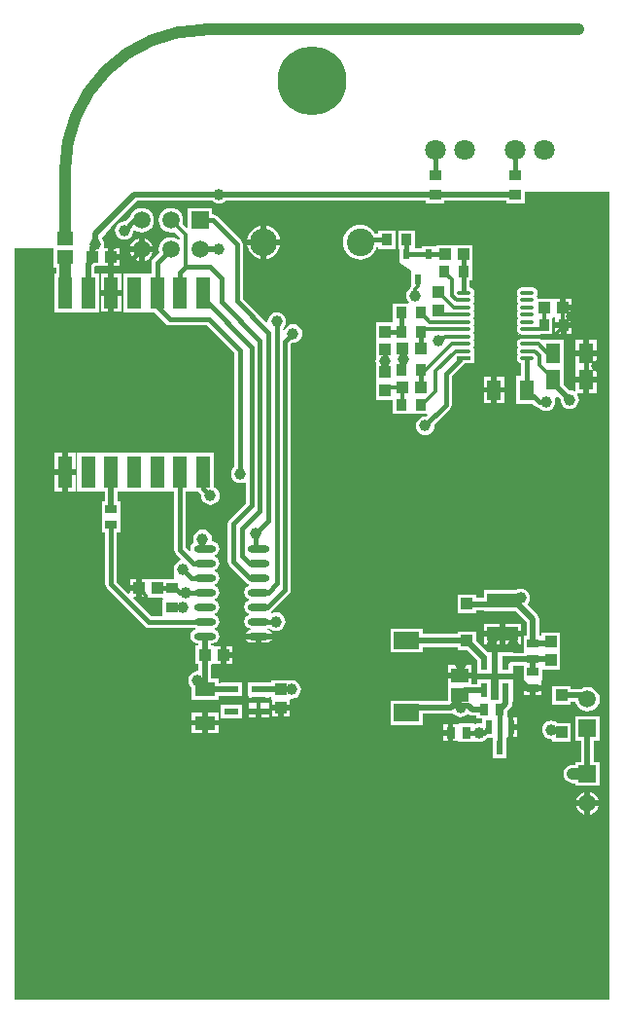
<source format=gbl>
G04 Layer_Physical_Order=2*
G04 Layer_Color=16711680*
%FSLAX43Y43*%
%MOMM*%
G71*
G01*
G75*
%ADD12C,0.500*%
%ADD13C,0.400*%
%ADD14C,1.000*%
%ADD19C,1.500*%
%ADD20R,1.500X1.500*%
%ADD21R,1.500X1.500*%
%ADD22C,2.400*%
%ADD23C,1.800*%
%ADD24C,1.000*%
%ADD25C,6.000*%
%ADD26R,1.000X0.900*%
%ADD27R,1.000X1.000*%
%ADD28R,0.900X1.000*%
%ADD29R,0.600X0.850*%
%ADD30R,1.000X1.000*%
%ADD31R,1.300X1.800*%
%ADD32R,1.800X1.300*%
%ADD33R,1.400X1.200*%
%ADD34R,0.990X0.720*%
%ADD35R,2.700X1.300*%
%ADD36O,1.900X0.600*%
%ADD37R,1.300X0.600*%
%ADD38R,2.200X1.500*%
%ADD39R,0.600X1.300*%
%ADD40R,0.720X0.990*%
%ADD41R,1.500X1.300*%
%ADD42R,0.600X1.200*%
%ADD43R,1.300X2.800*%
%ADD44O,1.200X0.300*%
%ADD45R,1.200X0.300*%
%ADD46C,0.350*%
%ADD47C,0.300*%
G36*
X51881Y119D02*
X119D01*
Y65483D01*
X3500Y65483D01*
Y63819D01*
X3693D01*
Y63300D01*
X3550D01*
Y59900D01*
X5450D01*
Y59900D01*
X5550D01*
Y59900D01*
X7450D01*
Y63300D01*
X7061D01*
Y63868D01*
X7112Y63919D01*
X7700D01*
Y63919D01*
X7746Y63965D01*
X8250D01*
Y64719D01*
Y65473D01*
X7945D01*
X7884Y65564D01*
X7881Y65600D01*
X7907Y65800D01*
X7879Y66009D01*
X7799Y66203D01*
X7718Y66309D01*
X8798Y67655D01*
X10741Y69598D01*
X17322D01*
X17329Y69588D01*
X17497Y69460D01*
X17691Y69379D01*
X17900Y69352D01*
X18109Y69379D01*
X18303Y69460D01*
X18471Y69588D01*
X18478Y69598D01*
X35930D01*
Y69400D01*
X37530D01*
Y69589D01*
X42930D01*
Y69400D01*
X44530D01*
Y70400D01*
X51881D01*
Y119D01*
D02*
G37*
%LPC*%
G36*
X38650Y29204D02*
X37896D01*
Y28550D01*
X38650D01*
Y29204D01*
D02*
G37*
G36*
X35650Y32400D02*
X32850D01*
Y30300D01*
X35650D01*
Y30789D01*
X38700D01*
Y30550D01*
X39507D01*
X40390Y29667D01*
Y28450D01*
X41590D01*
Y28496D01*
X41690D01*
Y29400D01*
Y30304D01*
X41590D01*
Y30350D01*
X41293D01*
X40300Y31343D01*
Y32150D01*
X38700D01*
Y31911D01*
X35650D01*
Y32400D01*
D02*
G37*
G36*
X19020Y29850D02*
X18516D01*
Y29346D01*
X19020D01*
Y29850D01*
D02*
G37*
G36*
X39904Y29204D02*
X39150D01*
Y28550D01*
X39904D01*
Y29204D01*
D02*
G37*
G36*
X24227Y27907D02*
X24079Y27887D01*
X24064Y27900D01*
Y27900D01*
X22464D01*
Y27661D01*
X22327D01*
Y27700D01*
X20427D01*
Y26500D01*
X20473D01*
Y26400D01*
X21377D01*
X22281D01*
Y26458D01*
X22362Y26491D01*
X22442Y26471D01*
X22464Y26449D01*
X22464Y26300D01*
X22510Y26192D01*
Y25750D01*
X24018D01*
Y26192D01*
X24028Y26215D01*
X24123Y26307D01*
X24227Y26293D01*
X24436Y26321D01*
X24631Y26401D01*
X24798Y26529D01*
X24926Y26697D01*
X25007Y26891D01*
X25034Y27100D01*
X25007Y27309D01*
X24926Y27503D01*
X24798Y27671D01*
X24631Y27799D01*
X24436Y27879D01*
X24227Y27907D01*
D02*
G37*
G36*
X22281Y25900D02*
X21377D01*
X20473D01*
Y25596D01*
Y25450D01*
X21377D01*
X22281D01*
Y25596D01*
Y25900D01*
D02*
G37*
G36*
X48550Y27390D02*
X46950D01*
Y25790D01*
X48550D01*
Y26029D01*
X48969D01*
X48977Y25966D01*
X49083Y25710D01*
X49251Y25491D01*
X49470Y25323D01*
X49726Y25217D01*
X50000Y25181D01*
X50274Y25217D01*
X50530Y25323D01*
X50749Y25491D01*
X50917Y25710D01*
X51023Y25966D01*
X51059Y26240D01*
X51023Y26514D01*
X50917Y26770D01*
X50749Y26989D01*
X50530Y27157D01*
X50274Y27263D01*
X50000Y27299D01*
X49726Y27263D01*
X49470Y27157D01*
X49462Y27151D01*
X48550D01*
Y27390D01*
D02*
G37*
G36*
X45999Y26980D02*
X45500D01*
Y26616D01*
X45999D01*
Y26980D01*
D02*
G37*
G36*
X45000D02*
X44501D01*
Y26616D01*
X45000D01*
Y26980D01*
D02*
G37*
G36*
X44204Y32814D02*
X42850D01*
Y32160D01*
X44204D01*
Y32814D01*
D02*
G37*
G36*
X42350D02*
X40996D01*
Y32160D01*
X42350D01*
Y32814D01*
D02*
G37*
G36*
X49750Y16960D02*
X49020D01*
X49022Y16948D01*
X49123Y16704D01*
X49284Y16494D01*
X49494Y16333D01*
X49738Y16232D01*
X49750Y16230D01*
Y16960D01*
D02*
G37*
G36*
X44200Y35857D02*
X43991Y35829D01*
X43824Y35760D01*
X40950D01*
Y35071D01*
X40300D01*
Y35350D01*
X38700D01*
Y33750D01*
X40300D01*
Y33949D01*
X40950D01*
Y33860D01*
X43807D01*
X44689Y32978D01*
Y31800D01*
X44455D01*
Y30547D01*
X44455Y30480D01*
X44455Y30361D01*
X44365Y30271D01*
X43490D01*
Y30350D01*
X42290D01*
Y30304D01*
X42190D01*
Y29400D01*
Y28496D01*
X42290D01*
Y28450D01*
X43490D01*
Y29149D01*
X44455D01*
Y27952D01*
X44455Y27950D01*
X44501Y27842D01*
X44501Y27823D01*
Y27480D01*
X45999D01*
Y27823D01*
X45999Y27842D01*
X46045Y27950D01*
X46045Y27952D01*
Y28850D01*
X47600D01*
Y30323D01*
X47600Y30429D01*
X47600Y30577D01*
Y32050D01*
X46000D01*
Y31800D01*
X45811D01*
Y33210D01*
X45768Y33425D01*
X45647Y33607D01*
X44772Y34481D01*
X44899Y34647D01*
X44979Y34841D01*
X45007Y35050D01*
X44979Y35259D01*
X44899Y35453D01*
X44771Y35621D01*
X44603Y35749D01*
X44409Y35829D01*
X44200Y35857D01*
D02*
G37*
G36*
X22516Y31480D02*
X21616D01*
Y31165D01*
X22016D01*
X22232Y31208D01*
X22416Y31331D01*
X22516Y31480D01*
D02*
G37*
G36*
X42350Y31660D02*
X40996D01*
Y31006D01*
X42350D01*
Y31660D01*
D02*
G37*
G36*
X18516Y30854D02*
Y30350D01*
X19020D01*
Y30854D01*
X18516D01*
D02*
G37*
G36*
X21116Y31480D02*
X20217D01*
X20317Y31331D01*
X20500Y31208D01*
X20716Y31165D01*
X21116D01*
Y31480D01*
D02*
G37*
G36*
X44204Y31660D02*
X42850D01*
Y31006D01*
X44204D01*
Y31660D01*
D02*
G37*
G36*
X16433Y23950D02*
X15529D01*
Y23296D01*
X16433D01*
Y23950D01*
D02*
G37*
G36*
X43874Y23560D02*
X43570D01*
Y22956D01*
X43874D01*
Y23560D01*
D02*
G37*
G36*
X37820Y24099D02*
X37456D01*
Y23600D01*
X37820D01*
Y24099D01*
D02*
G37*
G36*
X17837Y23950D02*
X16933D01*
Y23296D01*
X17837D01*
Y23950D01*
D02*
G37*
G36*
X37820Y23100D02*
X37456D01*
Y22601D01*
X37820D01*
Y23100D01*
D02*
G37*
G36*
X50250Y18190D02*
Y17460D01*
X50980D01*
X50978Y17472D01*
X50877Y17716D01*
X50716Y17926D01*
X50506Y18087D01*
X50262Y18188D01*
X50250Y18190D01*
D02*
G37*
G36*
X49750D02*
X49738Y18188D01*
X49494Y18087D01*
X49284Y17926D01*
X49123Y17716D01*
X49022Y17472D01*
X49020Y17460D01*
X49750D01*
Y18190D01*
D02*
G37*
G36*
X46850Y24397D02*
X46641Y24369D01*
X46447Y24289D01*
X46279Y24161D01*
X46151Y23993D01*
X46071Y23799D01*
X46043Y23590D01*
X46071Y23381D01*
X46151Y23187D01*
X46279Y23019D01*
X46447Y22891D01*
X46641Y22811D01*
X46850Y22783D01*
X46855Y22784D01*
X46950Y22700D01*
Y22590D01*
X48550D01*
Y24190D01*
X47382D01*
X47253Y24289D01*
X47059Y24369D01*
X46850Y24397D01*
D02*
G37*
G36*
X51050Y24750D02*
X48950D01*
Y22650D01*
X49439D01*
Y20800D01*
X48950D01*
Y20557D01*
X48730D01*
X48521Y20529D01*
X48327Y20449D01*
X48159Y20321D01*
X48031Y20153D01*
X47951Y19959D01*
X47923Y19750D01*
X47951Y19541D01*
X48031Y19347D01*
X48159Y19179D01*
X48327Y19051D01*
X48521Y18971D01*
X48730Y18943D01*
X48950D01*
Y18700D01*
X51050D01*
Y20800D01*
X50561D01*
Y22650D01*
X51050D01*
Y24750D01*
D02*
G37*
G36*
X22281Y24950D02*
X21627D01*
Y24646D01*
X22281D01*
Y24950D01*
D02*
G37*
G36*
X21127D02*
X20473D01*
Y24646D01*
X21127D01*
Y24950D01*
D02*
G37*
G36*
X24018Y25250D02*
X23514D01*
Y24746D01*
X24018D01*
Y25250D01*
D02*
G37*
G36*
X23014D02*
X22510D01*
Y24746D01*
X23014D01*
Y25250D01*
D02*
G37*
G36*
X19927Y25800D02*
X18027D01*
Y24600D01*
X19927D01*
Y25800D01*
D02*
G37*
G36*
X39904Y28050D02*
X38900D01*
X37896D01*
Y27550D01*
X37850D01*
Y26111D01*
X34750D01*
X34696Y26100D01*
X32850D01*
Y24000D01*
X35650D01*
Y24989D01*
X38100D01*
X38303Y25030D01*
X38379Y24929D01*
X38547Y24801D01*
X38741Y24721D01*
X38950Y24693D01*
X39159Y24721D01*
X39353Y24801D01*
X39521Y24929D01*
X39544Y24960D01*
X39593Y24963D01*
X39775Y24842D01*
X39990Y24799D01*
X40330D01*
Y24565D01*
X40820D01*
Y24230D01*
X40693Y24138D01*
X40550Y24157D01*
X40341Y24129D01*
X40237Y24086D01*
X40110Y24145D01*
Y24145D01*
X38792D01*
X38790Y24145D01*
X38682Y24099D01*
X38663Y24099D01*
X38320D01*
Y23350D01*
Y22601D01*
X38663D01*
X38682Y22601D01*
X38790Y22555D01*
X38792Y22555D01*
X40110D01*
Y22555D01*
X40237Y22614D01*
X40341Y22571D01*
X40550Y22543D01*
X40759Y22571D01*
X40953Y22651D01*
X41121Y22779D01*
X41221Y22910D01*
X41643D01*
X41770Y22910D01*
Y21110D01*
X42970D01*
Y22910D01*
X43070Y22953D01*
Y23810D01*
Y24664D01*
X43030D01*
Y25227D01*
X43287Y25483D01*
X43408Y25665D01*
X43451Y25880D01*
Y26050D01*
X43490D01*
Y27950D01*
X42290D01*
Y26155D01*
X41710D01*
X41710Y26155D01*
X41590Y26172D01*
Y27950D01*
X40390D01*
Y27561D01*
X39904D01*
Y28050D01*
D02*
G37*
G36*
X43874Y24664D02*
X43570D01*
Y24060D01*
X43874D01*
Y24664D01*
D02*
G37*
G36*
X17837Y25104D02*
X16933D01*
Y24450D01*
X17837D01*
Y25104D01*
D02*
G37*
G36*
X16433D02*
X15529D01*
Y24450D01*
X16433D01*
Y25104D01*
D02*
G37*
G36*
X10910Y65119D02*
X10180D01*
X10182Y65107D01*
X10283Y64863D01*
X10444Y64653D01*
X10654Y64492D01*
X10898Y64391D01*
X10910Y64389D01*
Y65119D01*
D02*
G37*
G36*
X9254Y64469D02*
X8750D01*
Y63965D01*
X9254D01*
Y64469D01*
D02*
G37*
G36*
X21550Y65750D02*
X20366D01*
X20383Y65620D01*
X20530Y65267D01*
X20763Y64963D01*
X21067Y64730D01*
X21420Y64583D01*
X21550Y64566D01*
Y65750D01*
D02*
G37*
G36*
X12140Y65119D02*
X11410D01*
Y64389D01*
X11422Y64391D01*
X11666Y64492D01*
X11876Y64653D01*
X12037Y64863D01*
X12138Y65107D01*
X12140Y65119D01*
D02*
G37*
G36*
X9404Y63254D02*
X8750D01*
Y61850D01*
X9404D01*
Y63254D01*
D02*
G37*
G36*
Y61350D02*
X8750D01*
Y59946D01*
X9404D01*
Y61350D01*
D02*
G37*
G36*
X8250D02*
X7596D01*
Y59946D01*
X8250D01*
Y61350D01*
D02*
G37*
G36*
Y63254D02*
X7596D01*
Y61850D01*
X8250D01*
Y63254D01*
D02*
G37*
G36*
X48100Y61058D02*
Y60554D01*
X48604D01*
Y61058D01*
X48100D01*
D02*
G37*
G36*
X21550Y67434D02*
X21420Y67417D01*
X21067Y67270D01*
X20763Y67037D01*
X20530Y66733D01*
X20383Y66380D01*
X20366Y66250D01*
X21550D01*
Y67434D01*
D02*
G37*
G36*
X13700Y68968D02*
X13426Y68932D01*
X13170Y68826D01*
X12951Y68658D01*
X12783Y68438D01*
X12677Y68183D01*
X12641Y67909D01*
X12677Y67635D01*
X12783Y67379D01*
X12951Y67160D01*
X13170Y66992D01*
X13426Y66886D01*
X13700Y66850D01*
X13974Y66886D01*
X14019Y66905D01*
X14486Y66438D01*
Y66250D01*
X14359Y66187D01*
X14230Y66286D01*
X13974Y66392D01*
X13700Y66428D01*
X13426Y66392D01*
X13170Y66286D01*
X12951Y66118D01*
X12783Y65898D01*
X12677Y65643D01*
X12641Y65369D01*
X12677Y65095D01*
X12685Y65075D01*
X12140Y64529D01*
X12029Y64364D01*
X11990Y64169D01*
Y63300D01*
X11577D01*
X11550Y63300D01*
X11450D01*
X11423Y63300D01*
X9550D01*
Y59900D01*
X11423D01*
X11450Y59900D01*
X11550D01*
X11577Y59900D01*
X12279D01*
X13240Y58940D01*
X13405Y58829D01*
X13600Y58790D01*
X16849D01*
X19240Y56399D01*
Y46467D01*
X19179Y46421D01*
X19051Y46253D01*
X18971Y46059D01*
X18943Y45850D01*
X18971Y45641D01*
X19051Y45447D01*
X19179Y45279D01*
X19347Y45151D01*
X19541Y45071D01*
X19750Y45043D01*
X19959Y45071D01*
X20113Y45135D01*
X20240Y45072D01*
Y43314D01*
X18790Y41863D01*
X18679Y41698D01*
X18640Y41503D01*
Y38227D01*
X18679Y38032D01*
X18790Y37867D01*
X20207Y36450D01*
X20259Y36415D01*
X20284Y36377D01*
X20482Y36245D01*
X20508Y36240D01*
Y36110D01*
X20482Y36105D01*
X20284Y35973D01*
X20151Y35774D01*
X20105Y35540D01*
X20151Y35306D01*
X20284Y35107D01*
X20482Y34975D01*
X20508Y34970D01*
Y34840D01*
X20482Y34835D01*
X20284Y34703D01*
X20151Y34504D01*
X20105Y34270D01*
X20151Y34036D01*
X20284Y33837D01*
X20482Y33705D01*
X20508Y33700D01*
Y33570D01*
X20482Y33565D01*
X20284Y33433D01*
X20151Y33234D01*
X20105Y33000D01*
X20151Y32766D01*
X20284Y32567D01*
X20482Y32435D01*
X20626Y32406D01*
Y32277D01*
X20500Y32252D01*
X20317Y32129D01*
X20217Y31980D01*
X21366D01*
X22516D01*
X22416Y32129D01*
X22232Y32252D01*
X22107Y32277D01*
Y32406D01*
X22250Y32435D01*
X22285Y32458D01*
X22307Y32429D01*
X22474Y32301D01*
X22668Y32221D01*
X22877Y32193D01*
X23086Y32221D01*
X23281Y32301D01*
X23448Y32429D01*
X23576Y32597D01*
X23657Y32791D01*
X23684Y33000D01*
X23657Y33209D01*
X23576Y33403D01*
X23448Y33571D01*
X23281Y33699D01*
X23086Y33779D01*
X22877Y33807D01*
X22668Y33779D01*
X22474Y33699D01*
X22352Y33605D01*
X22339Y33611D01*
X22328Y33756D01*
X22449Y33837D01*
X22488Y33897D01*
X22508Y33910D01*
X24010Y35412D01*
X24121Y35578D01*
X24160Y35773D01*
Y57143D01*
X24274Y57257D01*
X24350Y57247D01*
X24559Y57275D01*
X24753Y57355D01*
X24921Y57483D01*
X25049Y57651D01*
X25129Y57845D01*
X25157Y58054D01*
X25129Y58263D01*
X25049Y58457D01*
X24921Y58625D01*
X24753Y58753D01*
X24559Y58833D01*
X24350Y58861D01*
X24141Y58833D01*
X23947Y58753D01*
X23779Y58625D01*
X23651Y58457D01*
X23587Y58302D01*
X23460Y58327D01*
Y58483D01*
X23521Y58529D01*
X23649Y58697D01*
X23729Y58891D01*
X23757Y59100D01*
X23729Y59309D01*
X23649Y59503D01*
X23521Y59671D01*
X23353Y59799D01*
X23159Y59879D01*
X22950Y59907D01*
X22741Y59879D01*
X22547Y59799D01*
X22379Y59671D01*
X22251Y59503D01*
X22171Y59309D01*
X22143Y59100D01*
X22144Y59092D01*
X22024Y59033D01*
X19960Y61097D01*
Y65833D01*
X19921Y66028D01*
X19810Y66193D01*
X19103Y66900D01*
X17734Y68269D01*
X17569Y68380D01*
X17374Y68419D01*
X17290D01*
Y68959D01*
X15190D01*
Y67270D01*
X15073Y67221D01*
X14704Y67590D01*
X14723Y67635D01*
X14759Y67909D01*
X14723Y68183D01*
X14617Y68438D01*
X14449Y68658D01*
X14230Y68826D01*
X13974Y68932D01*
X13700Y68968D01*
D02*
G37*
G36*
X11160D02*
X10886Y68932D01*
X10630Y68826D01*
X10411Y68658D01*
X10243Y68438D01*
X10172Y68268D01*
X9720Y67816D01*
X9644Y67826D01*
X9435Y67798D01*
X9241Y67718D01*
X9073Y67589D01*
X8945Y67422D01*
X8865Y67228D01*
X8837Y67019D01*
X8865Y66810D01*
X8945Y66615D01*
X9073Y66448D01*
X9241Y66320D01*
X9435Y66239D01*
X9644Y66212D01*
X9853Y66239D01*
X10047Y66320D01*
X10215Y66448D01*
X10343Y66615D01*
X10423Y66810D01*
X10445Y66974D01*
X10547Y67030D01*
X10576Y67033D01*
X10630Y66992D01*
X10886Y66886D01*
X11160Y66850D01*
X11434Y66886D01*
X11690Y66992D01*
X11909Y67160D01*
X12077Y67379D01*
X12183Y67635D01*
X12219Y67909D01*
X12183Y68183D01*
X12077Y68438D01*
X11909Y68658D01*
X11690Y68826D01*
X11434Y68932D01*
X11160Y68968D01*
D02*
G37*
G36*
X22050Y67434D02*
Y66250D01*
X23234D01*
X23217Y66380D01*
X23070Y66733D01*
X22837Y67037D01*
X22533Y67270D01*
X22180Y67417D01*
X22050Y67434D01*
D02*
G37*
G36*
X11410Y66349D02*
Y65619D01*
X12140D01*
X12138Y65631D01*
X12037Y65875D01*
X11876Y66085D01*
X11666Y66246D01*
X11422Y66347D01*
X11410Y66349D01*
D02*
G37*
G36*
X9254Y65473D02*
X8750D01*
Y64969D01*
X9254D01*
Y65473D01*
D02*
G37*
G36*
X23234Y65750D02*
X22050D01*
Y64566D01*
X22180Y64583D01*
X22533Y64730D01*
X22837Y64963D01*
X23070Y65267D01*
X23217Y65620D01*
X23234Y65750D01*
D02*
G37*
G36*
X10910Y66349D02*
X10898Y66347D01*
X10654Y66246D01*
X10444Y66085D01*
X10283Y65875D01*
X10182Y65631D01*
X10180Y65619D01*
X10910D01*
Y66349D01*
D02*
G37*
G36*
X30200Y67507D02*
X29906Y67478D01*
X29623Y67393D01*
X29363Y67253D01*
X29134Y67066D01*
X28947Y66837D01*
X28807Y66577D01*
X28722Y66294D01*
X28693Y66000D01*
X28722Y65706D01*
X28807Y65423D01*
X28947Y65163D01*
X29134Y64934D01*
X29363Y64747D01*
X29623Y64607D01*
X29906Y64522D01*
X30200Y64493D01*
X30494Y64522D01*
X30777Y64607D01*
X31037Y64747D01*
X31266Y64934D01*
X31453Y65163D01*
X31593Y65423D01*
X31674Y65690D01*
X31800D01*
Y65400D01*
X33300D01*
Y67000D01*
X31800D01*
Y66710D01*
X31521D01*
X31453Y66837D01*
X31266Y67066D01*
X31037Y67253D01*
X30777Y67393D01*
X30494Y67478D01*
X30200Y67507D01*
D02*
G37*
G36*
X35000Y67000D02*
X33500D01*
Y65400D01*
X33650D01*
Y64229D01*
X34600Y63529D01*
Y62161D01*
X34576Y62126D01*
X34557Y62032D01*
X34429Y61933D01*
X34301Y61766D01*
X34221Y61572D01*
X34193Y61363D01*
X34221Y61154D01*
X34301Y60959D01*
X34429Y60792D01*
X34444Y60781D01*
X34401Y60654D01*
X33050D01*
Y59054D01*
X32930Y59036D01*
X31550D01*
Y57563D01*
X31550Y57436D01*
X31550D01*
Y57436D01*
X31550D01*
Y55836D01*
X31550D01*
X31567Y55817D01*
X31543Y55632D01*
X31561Y55494D01*
X31550Y55482D01*
X31550D01*
Y53882D01*
Y52282D01*
X33050D01*
Y51082D01*
X36016D01*
X36065Y50964D01*
X35930Y50829D01*
X35854Y50839D01*
X35645Y50812D01*
X35451Y50731D01*
X35283Y50603D01*
X35155Y50436D01*
X35075Y50241D01*
X35047Y50032D01*
X35075Y49823D01*
X35155Y49629D01*
X35283Y49462D01*
X35451Y49334D01*
X35645Y49253D01*
X35854Y49225D01*
X36063Y49253D01*
X36258Y49334D01*
X36425Y49462D01*
X36553Y49629D01*
X36633Y49823D01*
X36661Y50032D01*
X36651Y50108D01*
X38010Y51468D01*
X38121Y51633D01*
X38160Y51828D01*
Y54330D01*
X39234Y55405D01*
X39262Y55446D01*
X40150D01*
Y56346D01*
X40150Y56346D01*
X40150D01*
X40147Y56473D01*
X40159Y56531D01*
X40124Y56707D01*
X40029Y56849D01*
X40124Y56991D01*
X40159Y57166D01*
X40124Y57342D01*
X40029Y57484D01*
X40124Y57626D01*
X40159Y57801D01*
X40124Y57977D01*
X40029Y58119D01*
X40124Y58261D01*
X40159Y58436D01*
X40124Y58612D01*
X40029Y58754D01*
X40124Y58896D01*
X40159Y59071D01*
X40124Y59247D01*
X40029Y59389D01*
X40124Y59531D01*
X40159Y59706D01*
X40124Y59882D01*
X40029Y60024D01*
X40124Y60166D01*
X40159Y60341D01*
X40124Y60517D01*
X40029Y60659D01*
X40124Y60801D01*
X40159Y60976D01*
X40124Y61152D01*
X40029Y61294D01*
X40124Y61436D01*
X40159Y61611D01*
X40124Y61787D01*
X40024Y61936D01*
X39876Y62035D01*
X39760Y62058D01*
Y62654D01*
X40000D01*
Y64154D01*
Y65754D01*
X36800D01*
Y65754D01*
X36750Y65679D01*
X35550D01*
Y65464D01*
X35000D01*
Y67000D01*
D02*
G37*
G36*
X15550Y47700D02*
X15450D01*
X15423Y47700D01*
X13577D01*
X13550Y47700D01*
X13450D01*
X13423Y47700D01*
X11577D01*
X11550Y47700D01*
X11450D01*
X11423Y47700D01*
X9577D01*
X9550Y47700D01*
X9450D01*
X9423Y47700D01*
X7577D01*
X7550Y47700D01*
X7450D01*
X7423Y47700D01*
X5550D01*
Y44300D01*
X7423D01*
X7450Y44300D01*
X7550D01*
X7577Y44300D01*
X7939D01*
Y43429D01*
X7705D01*
Y42176D01*
X7705Y42109D01*
X7705Y41982D01*
Y40729D01*
X7990D01*
Y36263D01*
X8029Y36068D01*
X8140Y35902D01*
X11452Y32590D01*
X11618Y32479D01*
X11813Y32440D01*
X15774D01*
X15782Y32435D01*
X15808Y32430D01*
Y32300D01*
X15782Y32295D01*
X15584Y32163D01*
X15451Y31964D01*
X15405Y31730D01*
X15451Y31496D01*
X15584Y31297D01*
X15782Y31165D01*
X16016Y31118D01*
X16106D01*
Y30900D01*
X15866D01*
Y29300D01*
X16106D01*
Y28756D01*
X16050Y28707D01*
X15841Y28679D01*
X15647Y28599D01*
X15479Y28471D01*
X15351Y28303D01*
X15271Y28109D01*
X15243Y27900D01*
X15271Y27691D01*
X15351Y27497D01*
X15479Y27329D01*
X15483Y27327D01*
Y26150D01*
X17883D01*
Y26539D01*
X18027D01*
Y26500D01*
X19927D01*
Y27700D01*
X18027D01*
Y27661D01*
X17883D01*
Y28050D01*
X17227D01*
Y29210D01*
X17317Y29300D01*
X17466Y29300D01*
X17574Y29346D01*
X18016D01*
Y30100D01*
Y30854D01*
X17574D01*
X17466Y30900D01*
X17404Y30900D01*
X17227D01*
Y31118D01*
X17316D01*
X17550Y31165D01*
X17749Y31297D01*
X17881Y31496D01*
X17928Y31730D01*
X17881Y31964D01*
X17749Y32163D01*
X17550Y32295D01*
X17525Y32300D01*
Y32430D01*
X17550Y32435D01*
X17749Y32567D01*
X17881Y32766D01*
X17928Y33000D01*
X17881Y33234D01*
X17749Y33433D01*
X17550Y33565D01*
X17525Y33570D01*
Y33700D01*
X17550Y33705D01*
X17749Y33837D01*
X17881Y34036D01*
X17928Y34270D01*
X17881Y34504D01*
X17749Y34703D01*
X17550Y34835D01*
X17525Y34840D01*
Y34970D01*
X17550Y34975D01*
X17749Y35107D01*
X17881Y35306D01*
X17928Y35540D01*
X17881Y35774D01*
X17749Y35973D01*
X17550Y36105D01*
X17525Y36110D01*
Y36240D01*
X17550Y36245D01*
X17749Y36377D01*
X17881Y36576D01*
X17928Y36810D01*
X17881Y37044D01*
X17749Y37243D01*
X17550Y37375D01*
X17525Y37380D01*
Y37510D01*
X17550Y37515D01*
X17749Y37647D01*
X17881Y37846D01*
X17928Y38080D01*
X17881Y38314D01*
X17749Y38513D01*
X17550Y38645D01*
X17525Y38650D01*
Y38780D01*
X17550Y38785D01*
X17749Y38917D01*
X17881Y39116D01*
X17928Y39350D01*
X17881Y39584D01*
X17749Y39783D01*
X17550Y39915D01*
X17374Y39950D01*
X17312Y39972D01*
X17269Y40089D01*
X17284Y40201D01*
X17257Y40410D01*
X17176Y40605D01*
X17048Y40772D01*
X16881Y40900D01*
X16686Y40981D01*
X16477Y41008D01*
X16268Y40981D01*
X16074Y40900D01*
X15907Y40772D01*
X15778Y40605D01*
X15698Y40410D01*
X15670Y40201D01*
X15698Y39992D01*
X15741Y39888D01*
X15584Y39783D01*
X15451Y39584D01*
X15405Y39350D01*
X15426Y39241D01*
X15309Y39178D01*
X15010Y39478D01*
Y44300D01*
X15423D01*
X15450Y44300D01*
X15550D01*
X15577Y44300D01*
X16099D01*
X16140Y44240D01*
X16353Y44026D01*
X16343Y43950D01*
X16371Y43741D01*
X16451Y43547D01*
X16579Y43379D01*
X16747Y43251D01*
X16941Y43171D01*
X17150Y43143D01*
X17359Y43171D01*
X17553Y43251D01*
X17721Y43379D01*
X17849Y43547D01*
X17929Y43741D01*
X17957Y43950D01*
X17929Y44159D01*
X17849Y44353D01*
X17721Y44521D01*
X17553Y44649D01*
X17450Y44692D01*
Y47700D01*
X15577D01*
X15550Y47700D01*
D02*
G37*
G36*
X42754Y52904D02*
X42100D01*
Y52000D01*
X42754D01*
Y52904D01*
D02*
G37*
G36*
X41600D02*
X40946D01*
Y52000D01*
X41600D01*
Y52904D01*
D02*
G37*
G36*
X5404Y47654D02*
X4750D01*
Y46250D01*
X5404D01*
Y47654D01*
D02*
G37*
G36*
X4250Y45750D02*
X3596D01*
Y44346D01*
X4250D01*
Y45750D01*
D02*
G37*
G36*
X50980Y16960D02*
X50250D01*
Y16230D01*
X50262Y16232D01*
X50506Y16333D01*
X50716Y16494D01*
X50877Y16704D01*
X50978Y16948D01*
X50980Y16960D01*
D02*
G37*
G36*
X4250Y47654D02*
X3596D01*
Y46250D01*
X4250D01*
Y47654D01*
D02*
G37*
G36*
X5404Y45750D02*
X4750D01*
Y44346D01*
X5404D01*
Y45750D01*
D02*
G37*
G36*
X47650Y58554D02*
X47196D01*
Y58050D01*
X47650D01*
Y58554D01*
D02*
G37*
G36*
X50774Y57508D02*
X50120D01*
Y56604D01*
X50774D01*
Y57508D01*
D02*
G37*
G36*
X45200Y62070D02*
X44300D01*
X44124Y62035D01*
X43976Y61936D01*
X43876Y61787D01*
X43841Y61611D01*
X43876Y61436D01*
X43971Y61294D01*
X43876Y61152D01*
X43841Y60976D01*
X43876Y60801D01*
X43971Y60659D01*
X43876Y60517D01*
X43841Y60341D01*
X43876Y60166D01*
X43971Y60024D01*
X43876Y59882D01*
X43841Y59706D01*
X43876Y59531D01*
X43971Y59389D01*
X43876Y59247D01*
X43841Y59071D01*
X43876Y58896D01*
X43971Y58754D01*
X43876Y58612D01*
X43841Y58436D01*
X43876Y58261D01*
X43976Y58112D01*
X44007Y58091D01*
X43926Y57969D01*
X44066Y58051D01*
X44066D01*
X44124Y58012D01*
X44300Y57978D01*
X44750D01*
Y57625D01*
X44300D01*
X44124Y57590D01*
X44066Y57551D01*
X44066D01*
X43926Y57633D01*
X44007Y57512D01*
X43976Y57491D01*
X43876Y57342D01*
X43841Y57166D01*
X43876Y56991D01*
X43971Y56849D01*
X43876Y56707D01*
X43841Y56531D01*
X43876Y56356D01*
X43971Y56214D01*
X43876Y56072D01*
X43841Y55896D01*
X43876Y55721D01*
X43976Y55572D01*
X44124Y55473D01*
X44240Y55449D01*
Y54354D01*
X43800D01*
Y51954D01*
X45229D01*
X45419Y51764D01*
X45584Y51654D01*
X45779Y51615D01*
X45783D01*
X45829Y51554D01*
X45997Y51426D01*
X46191Y51345D01*
X46400Y51318D01*
X46609Y51345D01*
X46803Y51426D01*
X46971Y51554D01*
X47099Y51721D01*
X47179Y51916D01*
X47207Y52125D01*
X47179Y52333D01*
X47154Y52395D01*
X47224Y52501D01*
X47397D01*
X47426Y52530D01*
X47645Y52312D01*
X47643Y52300D01*
X47671Y52091D01*
X47751Y51897D01*
X47879Y51729D01*
X48047Y51601D01*
X48241Y51521D01*
X48450Y51493D01*
X48659Y51521D01*
X48853Y51601D01*
X49021Y51729D01*
X49149Y51897D01*
X49229Y52091D01*
X49257Y52300D01*
X49229Y52509D01*
X49149Y52703D01*
X49095Y52773D01*
X49158Y52900D01*
X49620D01*
Y53804D01*
X48966D01*
Y53055D01*
X48943Y53043D01*
X48839Y53005D01*
X48659Y53079D01*
X48450Y53107D01*
X48438Y53105D01*
X47920Y53623D01*
Y55254D01*
X47920D01*
Y57554D01*
X46020D01*
Y57554D01*
X45981Y57533D01*
X45896Y57590D01*
X45720Y57625D01*
X45706D01*
X45602Y57752D01*
X45612Y57801D01*
X45602Y57851D01*
X45706Y57978D01*
X45832D01*
X45965Y58004D01*
X46950D01*
Y59414D01*
X47040Y59504D01*
X47050D01*
X47069Y59512D01*
X47196Y59428D01*
Y59054D01*
X47900D01*
X48604D01*
Y59558D01*
X48604D01*
Y60054D01*
X47850D01*
Y60304D01*
X47600D01*
Y61058D01*
X47158D01*
X47050Y61104D01*
X46988Y61104D01*
X45633D01*
X45624Y61152D01*
X45529Y61294D01*
X45624Y61436D01*
X45659Y61611D01*
X45624Y61787D01*
X45524Y61936D01*
X45376Y62035D01*
X45200Y62070D01*
D02*
G37*
G36*
X48604Y58554D02*
X48150D01*
Y58050D01*
X48604D01*
Y58554D01*
D02*
G37*
G36*
X49620Y57508D02*
X48966D01*
Y56604D01*
X49620D01*
Y57508D01*
D02*
G37*
G36*
X41600Y54308D02*
X40946D01*
Y53404D01*
X41600D01*
Y54308D01*
D02*
G37*
G36*
X50774Y53804D02*
X50120D01*
Y52900D01*
X50774D01*
Y53804D01*
D02*
G37*
G36*
Y56104D02*
X49870D01*
X48966D01*
Y55200D01*
Y54304D01*
X49870D01*
X50774D01*
Y55200D01*
Y56104D01*
D02*
G37*
G36*
X42754Y54308D02*
X42100D01*
Y53404D01*
X42754D01*
Y54308D01*
D02*
G37*
%LPD*%
G36*
X13990Y39266D02*
X14029Y39071D01*
X14140Y38906D01*
X14574Y38472D01*
X14528Y38338D01*
X14374Y38274D01*
X14207Y38146D01*
X14078Y37978D01*
X13998Y37784D01*
X13970Y37575D01*
Y36650D01*
X13300D01*
Y36700D01*
X11700D01*
Y36700D01*
X11654Y36654D01*
X11150D01*
Y35900D01*
Y35146D01*
X11592D01*
X11700Y35100D01*
X11700Y35100D01*
Y35100D01*
X12961D01*
X13010Y34983D01*
X12977Y34950D01*
Y33460D01*
X12024D01*
X10455Y35029D01*
X10504Y35146D01*
X10650D01*
Y35650D01*
X10146D01*
Y35504D01*
X10029Y35455D01*
X9010Y36474D01*
Y40729D01*
X9295D01*
Y41982D01*
X9295Y42049D01*
X9295Y42176D01*
Y43429D01*
X9061D01*
Y44300D01*
X9423D01*
X9450Y44300D01*
X9550D01*
X9577Y44300D01*
X11423D01*
X11450Y44300D01*
X11550D01*
X11577Y44300D01*
X13423D01*
X13450Y44300D01*
X13550D01*
X13577Y44300D01*
X13990D01*
Y39266D01*
D02*
G37*
%LPC*%
G36*
X10650Y36654D02*
X10146D01*
Y36150D01*
X10650D01*
Y36654D01*
D02*
G37*
%LPD*%
D12*
X10509Y70159D02*
X17900D01*
X7100Y66750D02*
X10509Y70159D01*
X7100Y65800D02*
Y66750D01*
X17900Y70159D02*
X36721D01*
X36730Y70150D01*
X43730D01*
X16240Y65369D02*
X17900D01*
X6500Y61600D02*
Y64100D01*
X16683Y27100D02*
X18927Y27100D01*
X16639Y27100D02*
X16683D01*
X16639D02*
X16666Y27127D01*
Y31730D01*
X13777Y34200D02*
X14777D01*
X16477Y39539D02*
X16666Y39350D01*
X16477Y39539D02*
Y40201D01*
X38100Y25550D02*
X38900Y26350D01*
X34750Y25550D02*
X38100D01*
X34250Y25050D02*
X34750Y25550D01*
X38750Y25700D02*
X38950Y25500D01*
X39650Y25700D02*
X39990Y25360D01*
X38750Y25700D02*
X39650D01*
X39990Y25360D02*
X40990D01*
X46836Y23450D02*
X47690D01*
X47740Y23400D01*
X6900Y65600D02*
X7100Y65800D01*
X6900Y64719D02*
Y65600D01*
X8500Y42769D02*
Y46000D01*
X6500Y64100D02*
X6900Y64500D01*
Y64719D01*
X47750Y26590D02*
X50200D01*
X40990Y29400D02*
X40990Y29400D01*
X34250Y31350D02*
X39500D01*
X40990Y29860D01*
Y29400D02*
Y29860D01*
X42890Y25880D02*
Y27000D01*
X42370Y25360D02*
X42890Y25880D01*
Y29400D02*
X43200Y29710D01*
X45250Y31090D02*
Y33210D01*
X43950Y34510D02*
X45250Y33210D01*
Y31090D02*
X46640D01*
X46750Y31200D01*
X45250Y29760D02*
X46690D01*
X46800Y29650D01*
X45250Y28610D02*
Y29710D01*
Y29760D01*
X43200Y29710D02*
X45250D01*
X50000Y19750D02*
Y23200D01*
X39300Y27000D02*
X40990D01*
X38900Y26600D02*
X39300Y27000D01*
X21377Y27100D02*
X24227D01*
X42600Y34810D02*
X42960D01*
X39500Y34510D02*
X43950D01*
X46970Y53780D02*
Y54054D01*
Y53780D02*
X48450Y52300D01*
D13*
X9991Y64200D02*
X11160Y65369D01*
X9950Y64200D02*
X9991D01*
X8873Y65850D02*
X9890D01*
X8500Y65477D02*
X8873Y65850D01*
X8500Y64719D02*
Y65477D01*
X18743Y66540D02*
X19450Y65833D01*
X17374Y67909D02*
X18743Y66540D01*
X19450Y60886D02*
Y65833D01*
X16240Y67909D02*
X17374D01*
X19450Y60886D02*
X22200Y58136D01*
X10534Y67909D02*
X11160D01*
X9644Y67019D02*
X10534Y67909D01*
X23650Y57354D02*
X24350Y58054D01*
X23650Y35773D02*
Y57354D01*
X22200Y41792D02*
Y58136D01*
X22950Y36323D02*
Y59304D01*
X14500Y39266D02*
Y46000D01*
Y39266D02*
X15686Y38080D01*
X19150Y41503D02*
X20750Y43103D01*
X19873Y41073D02*
X21450Y42650D01*
X21077Y40669D02*
X22200Y41792D01*
X19150Y38227D02*
Y41503D01*
X19873Y38754D02*
Y41073D01*
X22167Y35540D02*
X22950Y36323D01*
X22147Y34270D02*
X23650Y35773D01*
X12500Y64169D02*
X13700Y65369D01*
X12500Y61600D02*
Y64169D01*
X16500Y44600D02*
X17150Y43950D01*
X19150Y38227D02*
X20567Y36810D01*
X19873Y38754D02*
X20547Y38080D01*
X8500Y36263D02*
Y41069D01*
X11813Y32950D02*
X16616D01*
X8500Y36263D02*
X11813Y32950D01*
X16616D02*
X16666Y33000D01*
X14777Y37575D02*
X15542Y36810D01*
X16666D01*
X15686Y38080D02*
X16666D01*
X21077Y39639D02*
X21366Y39350D01*
X21077Y39639D02*
Y40669D01*
X16500Y44600D02*
Y46000D01*
X14527Y35500D02*
X14963D01*
X16626D01*
X16666Y35540D01*
X12500Y35900D02*
X13727D01*
X14177Y35850D02*
X14527Y35500D01*
X13777Y35850D02*
X14177D01*
X21366Y33000D02*
X22877D01*
X40550Y23350D02*
X40960D01*
X41410Y23800D01*
X21366Y34270D02*
X22147Y34270D01*
X21366Y35540D02*
X22167D01*
X20547Y38080D02*
X21366D01*
X20567Y36810D02*
X21366D01*
X49870Y54054D02*
Y56354D01*
X43730Y71850D02*
Y74000D01*
X36730Y71850D02*
Y74000D01*
X37650Y54541D02*
X38874Y55765D01*
X37600Y64954D02*
X37600Y64954D01*
X33800Y58336D02*
Y59854D01*
X44750Y53154D02*
Y55739D01*
X39250Y61834D02*
Y63454D01*
X16697Y39320D02*
X17385D01*
X35500Y56804D02*
Y58236D01*
X42370Y25360D02*
X42370Y22010D01*
X36150Y64954D02*
X37600D01*
X34250D02*
X36150D01*
X35500Y53382D02*
Y54432D01*
X32350Y55632D02*
Y56632D01*
Y54682D02*
Y55632D01*
X34250Y64954D02*
Y66200D01*
X34250Y66200D02*
X34250Y66200D01*
X30800D02*
X32550D01*
X39250Y63454D02*
Y64904D01*
X30200Y65600D02*
X30800Y66200D01*
X32350Y58236D02*
X33800D01*
X44750Y53154D02*
X44750Y53154D01*
X39450Y23350D02*
X40550D01*
X17089Y63861D02*
X18100Y62850D01*
X14500Y61200D02*
Y63391D01*
X14970Y63861D01*
X17089D01*
X16500Y61116D02*
Y62050D01*
Y61116D02*
X20750Y56866D01*
Y43103D02*
Y56866D01*
X19750Y45850D02*
Y56610D01*
X18100Y60800D02*
Y62850D01*
Y60800D02*
X21450Y57450D01*
Y42650D02*
Y57450D01*
X17060Y59300D02*
X19750Y56610D01*
X12500Y60400D02*
Y61750D01*
Y60400D02*
X13600Y59300D01*
X17060D01*
X44750Y53154D02*
X45779Y52125D01*
X46400D01*
X35854Y50032D02*
X37650Y51828D01*
Y54541D01*
D14*
X16663Y84479D02*
G03*
X4500Y72315I0J-12163D01*
G01*
X4500Y61600D02*
Y64719D01*
X4500Y66319D02*
Y72315D01*
X16663Y84500D02*
X49200D01*
X48730Y19750D02*
X50000D01*
X50000Y19750D01*
D19*
X11160Y65369D02*
D03*
Y67909D02*
D03*
X13700Y65369D02*
D03*
Y67909D02*
D03*
X16240Y65369D02*
D03*
X50000Y26240D02*
D03*
Y17210D02*
D03*
D20*
X16240Y67909D02*
D03*
D21*
X50000Y23700D02*
D03*
Y19750D02*
D03*
D22*
X21800Y66000D02*
D03*
X30200D02*
D03*
D23*
X39270Y74000D02*
D03*
X36730D02*
D03*
X46270D02*
D03*
X43730D02*
D03*
D24*
X17900Y70159D02*
D03*
Y65369D02*
D03*
X9950Y64200D02*
D03*
X24350Y58054D02*
D03*
X22950Y59100D02*
D03*
X19750Y45850D02*
D03*
X17150Y43950D02*
D03*
X900Y51150D02*
D03*
X1800Y33250D02*
D03*
X22877Y33000D02*
D03*
X16050Y27900D02*
D03*
X12300Y34150D02*
D03*
X14777Y37575D02*
D03*
X16477Y40201D02*
D03*
X21077Y40669D02*
D03*
X14963Y35500D02*
D03*
X7100Y65800D02*
D03*
X35000Y61363D02*
D03*
X33750Y49850D02*
D03*
X40550Y23350D02*
D03*
X29900Y56900D02*
D03*
X9644Y67019D02*
D03*
X46850Y23590D02*
D03*
X33525Y39740D02*
D03*
X23550Y61474D02*
D03*
X39450Y68689D02*
D03*
X50774Y55200D02*
D03*
X34364Y68700D02*
D03*
X48600Y59554D02*
D03*
X50050Y38511D02*
D03*
X1250Y64529D02*
D03*
X17727Y41700D02*
D03*
X50770Y52008D02*
D03*
X1800Y22750D02*
D03*
X34000Y20400D02*
D03*
X49750Y68500D02*
D03*
X1500Y1500D02*
D03*
X33850D02*
D03*
X17900D02*
D03*
X50200Y1550D02*
D03*
X17941Y22450D02*
D03*
X10146Y32529D02*
D03*
X24227Y27100D02*
D03*
X43500Y31010D02*
D03*
X41700Y30925D02*
D03*
X38950Y29260D02*
D03*
X48730Y19750D02*
D03*
X34250Y36650D02*
D03*
X38950Y25500D02*
D03*
X33950Y55832D02*
D03*
X36975Y57429D02*
D03*
X32350Y55632D02*
D03*
X44200Y35050D02*
D03*
X14777Y34200D02*
D03*
X46400Y52125D02*
D03*
X35854Y50032D02*
D03*
X48450Y52300D02*
D03*
D25*
X26000Y80000D02*
D03*
D26*
X36730Y71850D02*
D03*
Y70150D02*
D03*
X43730Y71850D02*
D03*
Y70150D02*
D03*
X13777Y35900D02*
D03*
Y34200D02*
D03*
D27*
X32350Y53082D02*
D03*
Y54682D02*
D03*
X23264Y27100D02*
D03*
Y25500D02*
D03*
X37000Y60054D02*
D03*
Y61654D02*
D03*
X39500Y34550D02*
D03*
X39500Y31350D02*
D03*
X47750Y23390D02*
D03*
Y26590D02*
D03*
X46800Y31250D02*
D03*
X46800Y29650D02*
D03*
X32350Y58236D02*
D03*
Y56636D02*
D03*
D28*
X35500Y59854D02*
D03*
X33800D02*
D03*
X35500Y51882D02*
D03*
X33800D02*
D03*
X35500Y58236D02*
D03*
X33800D02*
D03*
X37550Y63454D02*
D03*
X39250Y63454D02*
D03*
X34250Y66200D02*
D03*
X32550Y66200D02*
D03*
X35500Y54882D02*
D03*
X33800Y54882D02*
D03*
X46200Y58804D02*
D03*
X47900D02*
D03*
D29*
X34250Y64954D02*
D03*
X36150D02*
D03*
X35200Y62804D02*
D03*
D30*
X35450Y56754D02*
D03*
X33850D02*
D03*
X46250Y60304D02*
D03*
X47850D02*
D03*
X37600Y64954D02*
D03*
X39200D02*
D03*
X6900Y64719D02*
D03*
X8500D02*
D03*
X16666Y30100D02*
D03*
X18266Y30100D02*
D03*
X12500Y35900D02*
D03*
X10900D02*
D03*
X35450Y53382D02*
D03*
X33850Y53382D02*
D03*
D31*
X41850Y53154D02*
D03*
X44750Y53154D02*
D03*
X49870Y54054D02*
D03*
X46970Y54054D02*
D03*
X49870Y56354D02*
D03*
X46970D02*
D03*
D32*
X16683Y24200D02*
D03*
X16683Y27100D02*
D03*
D33*
X4500Y66319D02*
D03*
Y64719D02*
D03*
D34*
X45250Y28610D02*
D03*
Y27230D02*
D03*
Y29760D02*
D03*
Y31140D02*
D03*
X8500Y41389D02*
D03*
Y42769D02*
D03*
D35*
X42600Y34810D02*
D03*
X42600Y31910D02*
D03*
D36*
X21366Y39350D02*
D03*
Y38080D02*
D03*
Y36810D02*
D03*
Y35540D02*
D03*
Y34270D02*
D03*
Y33000D02*
D03*
Y31730D02*
D03*
X16666Y39350D02*
D03*
Y38080D02*
D03*
Y36810D02*
D03*
Y35540D02*
D03*
X16666Y34270D02*
D03*
X16666Y33000D02*
D03*
Y31730D02*
D03*
D37*
X21377Y27100D02*
D03*
Y26150D02*
D03*
Y25200D02*
D03*
X18977D02*
D03*
Y27100D02*
D03*
D38*
X34250Y31350D02*
D03*
X34250Y25050D02*
D03*
D39*
X40990Y29400D02*
D03*
X41940D02*
D03*
X42890D02*
D03*
Y27000D02*
D03*
X40990Y27000D02*
D03*
D40*
Y25360D02*
D03*
X42370D02*
D03*
X38070Y23350D02*
D03*
X39450D02*
D03*
D41*
X38900Y26600D02*
D03*
Y28300D02*
D03*
D42*
X42370Y22010D02*
D03*
X43320Y23810D02*
D03*
X41420D02*
D03*
D43*
X12500Y61600D02*
D03*
X10500D02*
D03*
X16500D02*
D03*
X14500D02*
D03*
X8500D02*
D03*
X4500D02*
D03*
X6500D02*
D03*
X6500Y46000D02*
D03*
X4500D02*
D03*
X8500D02*
D03*
X14500D02*
D03*
X16500D02*
D03*
X12500D02*
D03*
X10500D02*
D03*
D44*
X44750Y55896D02*
D03*
Y56531D02*
D03*
Y57166D02*
D03*
Y57801D02*
D03*
Y58436D02*
D03*
Y59071D02*
D03*
Y59706D02*
D03*
Y60341D02*
D03*
Y60976D02*
D03*
Y61611D02*
D03*
X39250D02*
D03*
Y60976D02*
D03*
Y60341D02*
D03*
Y59706D02*
D03*
Y59071D02*
D03*
Y58436D02*
D03*
Y57801D02*
D03*
Y57166D02*
D03*
Y56531D02*
D03*
D45*
Y55896D02*
D03*
D46*
X13700Y67909D02*
X14970Y66639D01*
Y63861D02*
Y66639D01*
D47*
X12300Y34150D02*
Y34200D01*
X11550Y34950D02*
X12300Y34200D01*
X11550Y34950D02*
Y35250D01*
X10900Y35900D02*
X11550Y35250D01*
X45800Y55304D02*
Y56145D01*
X44750Y56531D02*
X45414D01*
X45800Y56145D01*
X35200Y62150D02*
Y62804D01*
X35000Y61950D02*
X35200Y62150D01*
X35000Y61363D02*
Y61950D01*
X33800Y53182D02*
X33850Y53132D01*
X45800Y55304D02*
X46820Y54284D01*
X36975Y60029D02*
X37298Y59706D01*
X39250D01*
X35500Y58236D02*
X35700Y58436D01*
X35500Y59854D02*
X36283Y59071D01*
X46997Y57801D02*
X47900Y58704D01*
X44750Y57801D02*
X46997D01*
X38363Y60341D02*
X39250D01*
X38200Y61363D02*
X38586Y60976D01*
X39250D01*
X38499Y56531D02*
X39250D01*
X46532Y56354D02*
X46970D01*
X45720Y57166D02*
X46532Y56354D01*
X44750Y57166D02*
X45720D01*
X45832Y58436D02*
X46250Y58854D01*
Y60204D01*
X21377Y25200D02*
Y26150D01*
X44750Y58436D02*
X45832D01*
X35450Y56754D02*
X35500Y56804D01*
Y58236D02*
X35600Y58336D01*
X41940Y29400D02*
X41940Y28200D01*
Y28200D02*
Y28200D01*
X38900Y28200D02*
X41940D01*
X41940Y28200D01*
X41940Y29400D02*
Y31250D01*
X42600Y31910D01*
X41940Y28200D02*
X43960D01*
X44930Y27230D01*
X45250D01*
X37571Y57801D02*
X39250D01*
X35500Y51882D02*
X35575Y51957D01*
X35675D01*
X36750Y53032D01*
Y54783D01*
X38499Y56531D01*
X38235Y57166D02*
X39250D01*
X35500Y54432D02*
X38235Y57166D01*
X36283Y59071D02*
X39250D01*
X35700Y58436D02*
X39250D01*
X36975Y57429D02*
X37199D01*
X37571Y57801D01*
X32350Y53082D02*
X32650Y53382D01*
X33850D01*
X33800Y51882D02*
X33850Y51932D01*
Y53132D01*
Y53382D01*
X36997Y61707D02*
X38363Y60341D01*
X38200Y61363D02*
Y62750D01*
X37550Y63400D02*
Y63604D01*
Y63400D02*
X38200Y62750D01*
X47850Y58754D02*
X47900Y58704D01*
X47850Y58754D02*
Y60304D01*
M02*

</source>
